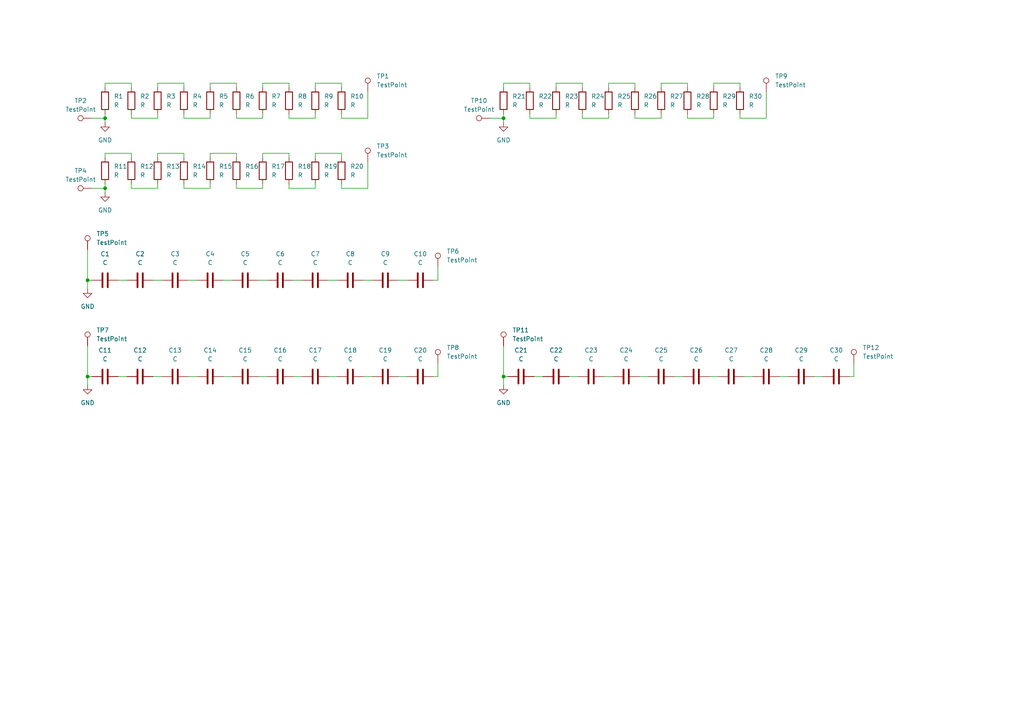
<source format=kicad_sch>
(kicad_sch (version 20230121) (generator eeschema)
  (paper "A4")
  (lib_symbols
    (symbol "Connector:TestPoint" (pin_numbers hide) (pin_names (offset 0.762) hide)
      (property "Reference" "TP" (at 0 6.858 0))
      (property "Value" "TestPoint" (at 0 5.08 0))
      (symbol "TestPoint_0_1"
        (circle (center 0 3.302) (radius 0.762))
      )
      (symbol "TestPoint_1_1"
        (pin passive line (at 0 0 90) (length 2.54) (name "1") (number "1"))
      )
    )
    (symbol "Device:C" (pin_numbers hide) (pin_names (offset 0.254))
      (property "Reference" "C" (at 0.635 2.54 0))
      (property "Value" "C" (at 0.635 -2.54 0))
      (symbol "C_0_1"
        (polyline (pts (xy -2.032 -0.762) (xy 2.032 -0.762)) (stroke (width 0.508)))
        (polyline (pts (xy -2.032 0.762) (xy 2.032 0.762)) (stroke (width 0.508)))
      )
      (symbol "C_1_1"
        (pin passive line (at 0 3.81 270) (length 2.794) (name "~") (number "1"))
        (pin passive line (at 0 -3.81 90) (length 2.794) (name "~") (number "2"))
      )
    )
    (symbol "Device:R" (pin_numbers hide) (pin_names (offset 0))
      (property "Reference" "R" (at 2.032 0 90))
      (property "Value" "R" (at 0 0 90))
      (symbol "R_0_1"
        (rectangle (start -1.016 -2.54) (end 1.016 2.54) (stroke (width 0.254)))
      )
      (symbol "R_1_1"
        (pin passive line (at 0 3.81 270) (length 1.27) (name "~") (number "1"))
        (pin passive line (at 0 -3.81 90) (length 1.27) (name "~") (number "2"))
      )
    )
    (symbol "power:GND" (power) (pin_names (offset 0))
      (property "Value" "GND" (at 0 -3.81 0))
      (symbol "GND_0_1"
        (polyline (pts (xy 0 0) (xy 0 -1.27) (xy 1.27 -1.27) (xy 0 -2.54) (xy -1.27 -1.27) (xy 0 -1.27)))
      )
      (symbol "GND_1_1"
        (pin power_in line (at 0 0 270) (length 0) hide (name "GND") (number "1"))
      )
    )
  )
  (junction (at 146.05 109.22))
  (junction (at 30.48 34.29))
  (junction (at 30.48 54.61))
  (junction (at 146.05 34.29))
  (junction (at 25.4 81.28))
  (junction (at 25.4 109.22))
  (wire (pts (xy 68.58 44.45) (xy 68.58 45.72)))
  (wire (pts (xy 199.39 34.29) (xy 207.01 34.29)))
  (wire (pts (xy 95.25 81.28) (xy 97.79 81.28)))
  (wire (pts (xy 74.93 81.28) (xy 77.47 81.28)))
  (wire (pts (xy 99.06 44.45) (xy 99.06 45.72)))
  (wire (pts (xy 64.77 81.28) (xy 67.31 81.28)))
  (wire (pts (xy 175.26 109.22) (xy 177.8 109.22)))
  (wire (pts (xy 125.73 109.22) (xy 127 109.22)))
  (wire (pts (xy 54.61 109.22) (xy 57.15 109.22)))
  (wire (pts (xy 91.44 54.61) (xy 91.44 53.34)))
  (wire (pts (xy 154.94 109.22) (xy 157.48 109.22)))
  (wire (pts (xy 30.48 54.61) (xy 30.48 55.88)))
  (wire (pts (xy 165.1 109.22) (xy 167.64 109.22)))
  (wire (pts (xy 246.38 109.22) (xy 247.65 109.22)))
  (wire (pts (xy 53.34 44.45) (xy 53.34 45.72)))
  (wire (pts (xy 199.39 33.02) (xy 199.39 34.29)))
  (wire (pts (xy 68.58 33.02) (xy 68.58 34.29)))
  (wire (pts (xy 191.77 24.13) (xy 199.39 24.13)))
  (wire (pts (xy 54.61 81.28) (xy 57.15 81.28)))
  (wire (pts (xy 38.1 24.13) (xy 38.1 25.4)))
  (wire (pts (xy 30.48 33.02) (xy 30.48 34.29)))
  (wire (pts (xy 26.67 54.61) (xy 30.48 54.61)))
  (wire (pts (xy 91.44 45.72) (xy 91.44 44.45)))
  (wire (pts (xy 142.24 34.29) (xy 146.05 34.29)))
  (wire (pts (xy 226.06 109.22) (xy 228.6 109.22)))
  (wire (pts (xy 45.72 53.34) (xy 45.72 54.61)))
  (wire (pts (xy 146.05 111.76) (xy 146.05 109.22)))
  (wire (pts (xy 214.63 34.29) (xy 222.25 34.29)))
  (wire (pts (xy 60.96 24.13) (xy 68.58 24.13)))
  (wire (pts (xy 168.91 33.02) (xy 168.91 34.29)))
  (wire (pts (xy 207.01 24.13) (xy 214.63 24.13)))
  (wire (pts (xy 168.91 34.29) (xy 176.53 34.29)))
  (wire (pts (xy 83.82 33.02) (xy 83.82 34.29)))
  (wire (pts (xy 45.72 24.13) (xy 53.34 24.13)))
  (wire (pts (xy 38.1 53.34) (xy 38.1 54.61)))
  (wire (pts (xy 106.68 46.99) (xy 106.68 54.61)))
  (wire (pts (xy 26.67 34.29) (xy 30.48 34.29)))
  (wire (pts (xy 106.68 26.67) (xy 106.68 34.29)))
  (wire (pts (xy 25.4 72.39) (xy 25.4 81.28)))
  (wire (pts (xy 146.05 100.33) (xy 146.05 109.22)))
  (wire (pts (xy 205.74 109.22) (xy 208.28 109.22)))
  (wire (pts (xy 153.67 34.29) (xy 161.29 34.29)))
  (wire (pts (xy 215.9 109.22) (xy 218.44 109.22)))
  (wire (pts (xy 60.96 34.29) (xy 60.96 33.02)))
  (wire (pts (xy 76.2 54.61) (xy 76.2 53.34)))
  (wire (pts (xy 105.41 81.28) (xy 107.95 81.28)))
  (wire (pts (xy 45.72 45.72) (xy 45.72 44.45)))
  (wire (pts (xy 91.44 44.45) (xy 99.06 44.45)))
  (wire (pts (xy 60.96 54.61) (xy 60.96 53.34)))
  (wire (pts (xy 85.09 81.28) (xy 87.63 81.28)))
  (wire (pts (xy 146.05 34.29) (xy 146.05 35.56)))
  (wire (pts (xy 38.1 33.02) (xy 38.1 34.29)))
  (wire (pts (xy 53.34 24.13) (xy 53.34 25.4)))
  (wire (pts (xy 199.39 24.13) (xy 199.39 25.4)))
  (wire (pts (xy 184.15 34.29) (xy 191.77 34.29)))
  (wire (pts (xy 222.25 26.67) (xy 222.25 34.29)))
  (wire (pts (xy 83.82 44.45) (xy 83.82 45.72)))
  (wire (pts (xy 74.93 109.22) (xy 77.47 109.22)))
  (wire (pts (xy 44.45 109.22) (xy 46.99 109.22)))
  (wire (pts (xy 83.82 54.61) (xy 91.44 54.61)))
  (wire (pts (xy 76.2 34.29) (xy 76.2 33.02)))
  (wire (pts (xy 68.58 54.61) (xy 76.2 54.61)))
  (wire (pts (xy 68.58 24.13) (xy 68.58 25.4)))
  (wire (pts (xy 185.42 109.22) (xy 187.96 109.22)))
  (wire (pts (xy 184.15 33.02) (xy 184.15 34.29)))
  (wire (pts (xy 176.53 24.13) (xy 184.15 24.13)))
  (wire (pts (xy 38.1 44.45) (xy 38.1 45.72)))
  (wire (pts (xy 25.4 100.33) (xy 25.4 109.22)))
  (wire (pts (xy 161.29 25.4) (xy 161.29 24.13)))
  (wire (pts (xy 95.25 109.22) (xy 97.79 109.22)))
  (wire (pts (xy 76.2 45.72) (xy 76.2 44.45)))
  (wire (pts (xy 30.48 45.72) (xy 30.48 44.45)))
  (wire (pts (xy 76.2 25.4) (xy 76.2 24.13)))
  (wire (pts (xy 146.05 25.4) (xy 146.05 24.13)))
  (wire (pts (xy 91.44 25.4) (xy 91.44 24.13)))
  (wire (pts (xy 153.67 33.02) (xy 153.67 34.29)))
  (wire (pts (xy 76.2 44.45) (xy 83.82 44.45)))
  (wire (pts (xy 38.1 54.61) (xy 45.72 54.61)))
  (wire (pts (xy 64.77 109.22) (xy 67.31 109.22)))
  (wire (pts (xy 30.48 44.45) (xy 38.1 44.45)))
  (wire (pts (xy 146.05 33.02) (xy 146.05 34.29)))
  (wire (pts (xy 91.44 24.13) (xy 99.06 24.13)))
  (wire (pts (xy 247.65 105.41) (xy 247.65 109.22)))
  (wire (pts (xy 76.2 24.13) (xy 83.82 24.13)))
  (wire (pts (xy 214.63 24.13) (xy 214.63 25.4)))
  (wire (pts (xy 153.67 24.13) (xy 153.67 25.4)))
  (wire (pts (xy 83.82 53.34) (xy 83.82 54.61)))
  (wire (pts (xy 99.06 34.29) (xy 106.68 34.29)))
  (wire (pts (xy 125.73 81.28) (xy 127 81.28)))
  (wire (pts (xy 184.15 24.13) (xy 184.15 25.4)))
  (wire (pts (xy 68.58 53.34) (xy 68.58 54.61)))
  (wire (pts (xy 60.96 25.4) (xy 60.96 24.13)))
  (wire (pts (xy 25.4 111.76) (xy 25.4 109.22)))
  (wire (pts (xy 60.96 44.45) (xy 68.58 44.45)))
  (wire (pts (xy 191.77 25.4) (xy 191.77 24.13)))
  (wire (pts (xy 214.63 33.02) (xy 214.63 34.29)))
  (wire (pts (xy 99.06 53.34) (xy 99.06 54.61)))
  (wire (pts (xy 99.06 54.61) (xy 106.68 54.61)))
  (wire (pts (xy 45.72 44.45) (xy 53.34 44.45)))
  (wire (pts (xy 83.82 34.29) (xy 91.44 34.29)))
  (wire (pts (xy 25.4 83.82) (xy 25.4 81.28)))
  (wire (pts (xy 30.48 24.13) (xy 38.1 24.13)))
  (wire (pts (xy 236.22 109.22) (xy 238.76 109.22)))
  (wire (pts (xy 83.82 24.13) (xy 83.82 25.4)))
  (wire (pts (xy 25.4 109.22) (xy 26.67 109.22)))
  (wire (pts (xy 176.53 34.29) (xy 176.53 33.02)))
  (wire (pts (xy 30.48 25.4) (xy 30.48 24.13)))
  (wire (pts (xy 53.34 54.61) (xy 60.96 54.61)))
  (wire (pts (xy 34.29 109.22) (xy 36.83 109.22)))
  (wire (pts (xy 127 105.41) (xy 127 109.22)))
  (wire (pts (xy 161.29 33.02) (xy 161.29 34.29)))
  (wire (pts (xy 195.58 109.22) (xy 198.12 109.22)))
  (wire (pts (xy 115.57 109.22) (xy 118.11 109.22)))
  (wire (pts (xy 91.44 34.29) (xy 91.44 33.02)))
  (wire (pts (xy 38.1 34.29) (xy 45.72 34.29)))
  (wire (pts (xy 99.06 33.02) (xy 99.06 34.29)))
  (wire (pts (xy 30.48 34.29) (xy 30.48 35.56)))
  (wire (pts (xy 53.34 53.34) (xy 53.34 54.61)))
  (wire (pts (xy 146.05 24.13) (xy 153.67 24.13)))
  (wire (pts (xy 68.58 34.29) (xy 76.2 34.29)))
  (wire (pts (xy 191.77 34.29) (xy 191.77 33.02)))
  (wire (pts (xy 127 77.47) (xy 127 81.28)))
  (wire (pts (xy 34.29 81.28) (xy 36.83 81.28)))
  (wire (pts (xy 44.45 81.28) (xy 46.99 81.28)))
  (wire (pts (xy 99.06 24.13) (xy 99.06 25.4)))
  (wire (pts (xy 146.05 109.22) (xy 147.32 109.22)))
  (wire (pts (xy 161.29 24.13) (xy 168.91 24.13)))
  (wire (pts (xy 45.72 25.4) (xy 45.72 24.13)))
  (wire (pts (xy 207.01 25.4) (xy 207.01 24.13)))
  (wire (pts (xy 30.48 53.34) (xy 30.48 54.61)))
  (wire (pts (xy 53.34 33.02) (xy 53.34 34.29)))
  (wire (pts (xy 168.91 24.13) (xy 168.91 25.4)))
  (wire (pts (xy 26.67 81.28) (xy 25.4 81.28)))
  (wire (pts (xy 45.72 33.02) (xy 45.72 34.29)))
  (wire (pts (xy 53.34 34.29) (xy 60.96 34.29)))
  (wire (pts (xy 60.96 45.72) (xy 60.96 44.45)))
  (wire (pts (xy 115.57 81.28) (xy 118.11 81.28)))
  (wire (pts (xy 105.41 109.22) (xy 107.95 109.22)))
  (wire (pts (xy 176.53 25.4) (xy 176.53 24.13)))
  (wire (pts (xy 207.01 34.29) (xy 207.01 33.02)))
  (wire (pts (xy 85.09 109.22) (xy 87.63 109.22)))
  (symbol (lib_id "Connector:TestPoint") (at 25.4 72.39 0) (unit 1)
    (property "Reference" "TP5" (at 27.94 67.818 0) (effects (justify left)))
    (property "Value" "TestPoint" (at 27.94 70.358 0) (effects (justify left)))
    (property "Footprint" "TestPoint:TestPoint_Pad_D2.0mm" (effects hide))
  )
  (symbol (lib_id "Device:R") (at 207.01 29.21 0) (unit 1)
    (property "Reference" "R29" (at 209.55 27.94 0) (effects (justify left)))
    (property "Value" "R" (at 209.55 30.48 0) (effects (justify left)))
    (property "Footprint" "Resistor_SMD:R_0603_1608Metric_Pad0.98x0.95mm_HandSolder" (effects hide))
  )
  (symbol (lib_id "Device:R") (at 53.34 49.53 0) (unit 1)
    (property "Reference" "R14" (at 55.88 48.26 0) (effects (justify left)))
    (property "Value" "R" (at 55.88 50.8 0) (effects (justify left)))
    (property "Footprint" "Resistor_SMD:R_0603_1608Metric_Pad0.98x0.95mm_HandSolder" (effects hide))
  )
  (symbol (lib_id "Device:C") (at 161.29 109.22 90) (unit 1)
    (property "Reference" "C22" (at 161.29 101.6 90))
    (property "Value" "C" (at 161.29 104.14 90))
    (property "Footprint" "Capacitor_SMD:C_0603_1608Metric_Pad1.08x0.95mm_HandSolder" (effects hide))
  )
  (symbol (lib_id "Device:C") (at 50.8 109.22 90) (unit 1)
    (property "Reference" "C13" (at 50.8 101.6 90))
    (property "Value" "C" (at 50.8 104.14 90))
    (property "Footprint" "Capacitor_SMD:C_0603_1608Metric_Pad1.08x0.95mm_HandSolder" (effects hide))
  )
  (symbol (lib_id "Device:R") (at 68.58 49.53 0) (unit 1)
    (property "Reference" "R16" (at 71.12 48.26 0) (effects (justify left)))
    (property "Value" "R" (at 71.12 50.8 0) (effects (justify left)))
    (property "Footprint" "Resistor_SMD:R_0603_1608Metric_Pad0.98x0.95mm_HandSolder" (effects hide))
  )
  (symbol (lib_id "Device:C") (at 201.93 109.22 90) (unit 1)
    (property "Reference" "C26" (at 201.93 101.6 90))
    (property "Value" "C" (at 201.93 104.14 90))
    (property "Footprint" "Capacitor_SMD:C_0603_1608Metric_Pad1.08x0.95mm_HandSolder" (effects hide))
  )
  (symbol (lib_id "Device:C") (at 232.41 109.22 90) (unit 1)
    (property "Reference" "C29" (at 232.41 101.6 90))
    (property "Value" "C" (at 232.41 104.14 90))
    (property "Footprint" "Capacitor_SMD:C_0603_1608Metric_Pad1.08x0.95mm_HandSolder" (effects hide))
  )
  (symbol (lib_id "Device:C") (at 222.25 109.22 90) (unit 1)
    (property "Reference" "C28" (at 222.25 101.6 90))
    (property "Value" "C" (at 222.25 104.14 90))
    (property "Footprint" "Capacitor_SMD:C_0603_1608Metric_Pad1.08x0.95mm_HandSolder" (effects hide))
  )
  (symbol (lib_id "Device:C") (at 91.44 81.28 90) (unit 1)
    (property "Reference" "C7" (at 91.44 73.66 90))
    (property "Value" "C" (at 91.44 76.2 90))
    (property "Footprint" "Capacitor_SMD:C_0603_1608Metric_Pad1.08x0.95mm_HandSolder" (effects hide))
  )
  (symbol (lib_id "Connector:TestPoint") (at 26.67 54.61 90) (unit 1)
    (property "Reference" "TP4" (at 23.368 49.53 90))
    (property "Value" "TestPoint" (at 23.368 52.07 90))
    (property "Footprint" "TestPoint:TestPoint_Pad_D2.0mm" (effects hide))
  )
  (symbol (lib_id "Device:R") (at 91.44 29.21 0) (unit 1)
    (property "Reference" "R9" (at 93.98 27.94 0) (effects (justify left)))
    (property "Value" "R" (at 93.98 30.48 0) (effects (justify left)))
    (property "Footprint" "Resistor_SMD:R_0603_1608Metric_Pad0.98x0.95mm_HandSolder" (effects hide))
  )
  (symbol (lib_id "Device:R") (at 83.82 29.21 0) (unit 1)
    (property "Reference" "R8" (at 86.36 27.94 0) (effects (justify left)))
    (property "Value" "R" (at 86.36 30.48 0) (effects (justify left)))
    (property "Footprint" "Resistor_SMD:R_0603_1608Metric_Pad0.98x0.95mm_HandSolder" (effects hide))
  )
  (symbol (lib_id "Device:R") (at 76.2 29.21 0) (unit 1)
    (property "Reference" "R7" (at 78.74 27.94 0) (effects (justify left)))
    (property "Value" "R" (at 78.74 30.48 0) (effects (justify left)))
    (property "Footprint" "Resistor_SMD:R_0603_1608Metric_Pad0.98x0.95mm_HandSolder" (effects hide))
  )
  (symbol (lib_id "Device:C") (at 181.61 109.22 90) (unit 1)
    (property "Reference" "C24" (at 181.61 101.6 90))
    (property "Value" "C" (at 181.61 104.14 90))
    (property "Footprint" "Capacitor_SMD:C_0603_1608Metric_Pad1.08x0.95mm_HandSolder" (effects hide))
  )
  (symbol (lib_id "Device:R") (at 191.77 29.21 0) (unit 1)
    (property "Reference" "R27" (at 194.31 27.94 0) (effects (justify left)))
    (property "Value" "R" (at 194.31 30.48 0) (effects (justify left)))
    (property "Footprint" "Resistor_SMD:R_0603_1608Metric_Pad0.98x0.95mm_HandSolder" (effects hide))
  )
  (symbol (lib_id "Connector:TestPoint") (at 127 77.47 0) (unit 1)
    (property "Reference" "TP6" (at 129.54 72.898 0) (effects (justify left)))
    (property "Value" "TestPoint" (at 129.54 75.438 0) (effects (justify left)))
    (property "Footprint" "TestPoint:TestPoint_Pad_D2.0mm" (effects hide))
  )
  (symbol (lib_id "Device:C") (at 40.64 81.28 90) (unit 1)
    (property "Reference" "C2" (at 40.64 73.66 90))
    (property "Value" "C" (at 40.64 76.2 90))
    (property "Footprint" "Capacitor_SMD:C_0603_1608Metric_Pad1.08x0.95mm_HandSolder" (effects hide))
  )
  (symbol (lib_id "Device:R") (at 68.58 29.21 0) (unit 1)
    (property "Reference" "R6" (at 71.12 27.94 0) (effects (justify left)))
    (property "Value" "R" (at 71.12 30.48 0) (effects (justify left)))
    (property "Footprint" "Resistor_SMD:R_0603_1608Metric_Pad0.98x0.95mm_HandSolder" (effects hide))
  )
  (symbol (lib_id "Connector:TestPoint") (at 106.68 26.67 0) (unit 1)
    (property "Reference" "TP1" (at 109.22 22.098 0) (effects (justify left)))
    (property "Value" "TestPoint" (at 109.22 24.638 0) (effects (justify left)))
    (property "Footprint" "TestPoint:TestPoint_Pad_D2.0mm" (effects hide))
  )
  (symbol (lib_id "Device:R") (at 161.29 29.21 0) (unit 1)
    (property "Reference" "R23" (at 163.83 27.94 0) (effects (justify left)))
    (property "Value" "R" (at 163.83 30.48 0) (effects (justify left)))
    (property "Footprint" "Resistor_SMD:R_0603_1608Metric_Pad0.98x0.95mm_HandSolder" (effects hide))
  )
  (symbol (lib_id "Device:R") (at 60.96 29.21 0) (unit 1)
    (property "Reference" "R5" (at 63.5 27.94 0) (effects (justify left)))
    (property "Value" "R" (at 63.5 30.48 0) (effects (justify left)))
    (property "Footprint" "Resistor_SMD:R_0603_1608Metric_Pad0.98x0.95mm_HandSolder" (effects hide))
  )
  (symbol (lib_id "Device:C") (at 171.45 109.22 90) (unit 1)
    (property "Reference" "C23" (at 171.45 101.6 90))
    (property "Value" "C" (at 171.45 104.14 90))
    (property "Footprint" "Capacitor_SMD:C_0603_1608Metric_Pad1.08x0.95mm_HandSolder" (effects hide))
  )
  (symbol (lib_id "Device:C") (at 91.44 109.22 90) (unit 1)
    (property "Reference" "C17" (at 91.44 101.6 90))
    (property "Value" "C" (at 91.44 104.14 90))
    (property "Footprint" "Capacitor_SMD:C_0603_1608Metric_Pad1.08x0.95mm_HandSolder" (effects hide))
  )
  (symbol (lib_id "Device:C") (at 111.76 109.22 90) (unit 1)
    (property "Reference" "C19" (at 111.76 101.6 90))
    (property "Value" "C" (at 111.76 104.14 90))
    (property "Footprint" "Capacitor_SMD:C_0603_1608Metric_Pad1.08x0.95mm_HandSolder" (effects hide))
  )
  (symbol (lib_id "Device:R") (at 30.48 29.21 0) (unit 1)
    (property "Reference" "R1" (at 33.02 27.94 0) (effects (justify left)))
    (property "Value" "R" (at 33.02 30.48 0) (effects (justify left)))
    (property "Footprint" "Resistor_SMD:R_0603_1608Metric_Pad0.98x0.95mm_HandSolder" (effects hide))
  )
  (symbol (lib_id "Device:C") (at 30.48 109.22 90) (unit 1)
    (property "Reference" "C11" (at 30.48 101.6 90))
    (property "Value" "C" (at 30.48 104.14 90))
    (property "Footprint" "Capacitor_SMD:C_0603_1608Metric_Pad1.08x0.95mm_HandSolder" (effects hide))
  )
  (symbol (lib_id "Device:C") (at 212.09 109.22 90) (unit 1)
    (property "Reference" "C27" (at 212.09 101.6 90))
    (property "Value" "C" (at 212.09 104.14 90))
    (property "Footprint" "Capacitor_SMD:C_0603_1608Metric_Pad1.08x0.95mm_HandSolder" (effects hide))
  )
  (symbol (lib_id "Connector:TestPoint") (at 222.25 26.67 0) (unit 1)
    (property "Reference" "TP9" (at 224.79 22.098 0) (effects (justify left)))
    (property "Value" "TestPoint" (at 224.79 24.638 0) (effects (justify left)))
    (property "Footprint" "TestPoint:TestPoint_Pad_D2.0mm" (effects hide))
  )
  (symbol (lib_id "Device:R") (at 146.05 29.21 0) (unit 1)
    (property "Reference" "R21" (at 148.59 27.94 0) (effects (justify left)))
    (property "Value" "R" (at 148.59 30.48 0) (effects (justify left)))
    (property "Footprint" "Resistor_SMD:R_0603_1608Metric_Pad0.98x0.95mm_HandSolder" (effects hide))
  )
  (symbol (lib_id "power:GND") (at 30.48 55.88 0) (unit 1)
    (property "Reference" "#PWR02" (effects hide))
    (property "Value" "GND" (at 30.48 60.96 0))
  )
  (symbol (lib_id "Device:R") (at 199.39 29.21 0) (unit 1)
    (property "Reference" "R28" (at 201.93 27.94 0) (effects (justify left)))
    (property "Value" "R" (at 201.93 30.48 0) (effects (justify left)))
    (property "Footprint" "Resistor_SMD:R_0603_1608Metric_Pad0.98x0.95mm_HandSolder" (effects hide))
  )
  (symbol (lib_id "Device:R") (at 99.06 49.53 0) (unit 1)
    (property "Reference" "R20" (at 101.6 48.26 0) (effects (justify left)))
    (property "Value" "R" (at 101.6 50.8 0) (effects (justify left)))
    (property "Footprint" "Resistor_SMD:R_0603_1608Metric_Pad0.98x0.95mm_HandSolder" (effects hide))
  )
  (symbol (lib_id "Device:R") (at 45.72 29.21 0) (unit 1)
    (property "Reference" "R3" (at 48.26 27.94 0) (effects (justify left)))
    (property "Value" "R" (at 48.26 30.48 0) (effects (justify left)))
    (property "Footprint" "Resistor_SMD:R_0603_1608Metric_Pad0.98x0.95mm_HandSolder" (effects hide))
  )
  (symbol (lib_id "Device:R") (at 38.1 49.53 0) (unit 1)
    (property "Reference" "R12" (at 40.64 48.26 0) (effects (justify left)))
    (property "Value" "R" (at 40.64 50.8 0) (effects (justify left)))
    (property "Footprint" "Resistor_SMD:R_0603_1608Metric_Pad0.98x0.95mm_HandSolder" (effects hide))
  )
  (symbol (lib_id "Device:C") (at 101.6 81.28 90) (unit 1)
    (property "Reference" "C8" (at 101.6 73.66 90))
    (property "Value" "C" (at 101.6 76.2 90))
    (property "Footprint" "Capacitor_SMD:C_0603_1608Metric_Pad1.08x0.95mm_HandSolder" (effects hide))
  )
  (symbol (lib_id "Connector:TestPoint") (at 26.67 34.29 90) (unit 1)
    (property "Reference" "TP2" (at 23.368 29.21 90))
    (property "Value" "TestPoint" (at 23.368 31.75 90))
    (property "Footprint" "TestPoint:TestPoint_Pad_D2.0mm" (effects hide))
  )
  (symbol (lib_id "Device:R") (at 45.72 49.53 0) (unit 1)
    (property "Reference" "R13" (at 48.26 48.26 0) (effects (justify left)))
    (property "Value" "R" (at 48.26 50.8 0) (effects (justify left)))
    (property "Footprint" "Resistor_SMD:R_0603_1608Metric_Pad0.98x0.95mm_HandSolder" (effects hide))
  )
  (symbol (lib_id "Device:C") (at 81.28 81.28 90) (unit 1)
    (property "Reference" "C6" (at 81.28 73.66 90))
    (property "Value" "C" (at 81.28 76.2 90))
    (property "Footprint" "Capacitor_SMD:C_0603_1608Metric_Pad1.08x0.95mm_HandSolder" (effects hide))
  )
  (symbol (lib_id "Device:C") (at 101.6 109.22 90) (unit 1)
    (property "Reference" "C18" (at 101.6 101.6 90))
    (property "Value" "C" (at 101.6 104.14 90))
    (property "Footprint" "Capacitor_SMD:C_0603_1608Metric_Pad1.08x0.95mm_HandSolder" (effects hide))
  )
  (symbol (lib_id "Device:C") (at 40.64 109.22 90) (unit 1)
    (property "Reference" "C12" (at 40.64 101.6 90))
    (property "Value" "C" (at 40.64 104.14 90))
    (property "Footprint" "Capacitor_SMD:C_0603_1608Metric_Pad1.08x0.95mm_HandSolder" (effects hide))
  )
  (symbol (lib_id "power:GND") (at 25.4 83.82 0) (unit 1)
    (property "Reference" "#PWR03" (effects hide))
    (property "Value" "GND" (at 25.4 88.9 0))
  )
  (symbol (lib_id "Connector:TestPoint") (at 106.68 46.99 0) (unit 1)
    (property "Reference" "TP3" (at 109.22 42.418 0) (effects (justify left)))
    (property "Value" "TestPoint" (at 109.22 44.958 0) (effects (justify left)))
    (property "Footprint" "TestPoint:TestPoint_Pad_D2.0mm" (effects hide))
  )
  (symbol (lib_id "power:GND") (at 30.48 35.56 0) (unit 1)
    (property "Reference" "#PWR01" (effects hide))
    (property "Value" "GND" (at 30.48 40.64 0))
  )
  (symbol (lib_id "power:GND") (at 146.05 111.76 0) (unit 1)
    (property "Reference" "#PWR06" (effects hide))
    (property "Value" "GND" (at 146.05 116.84 0))
  )
  (symbol (lib_id "power:GND") (at 25.4 111.76 0) (unit 1)
    (property "Reference" "#PWR04" (effects hide))
    (property "Value" "GND" (at 25.4 116.84 0))
  )
  (symbol (lib_id "Connector:TestPoint") (at 142.24 34.29 90) (unit 1)
    (property "Reference" "TP10" (at 138.938 29.21 90))
    (property "Value" "TestPoint" (at 138.938 31.75 90))
    (property "Footprint" "TestPoint:TestPoint_Pad_D2.0mm" (effects hide))
  )
  (symbol (lib_id "Connector:TestPoint") (at 247.65 105.41 0) (unit 1)
    (property "Reference" "TP12" (at 250.19 100.838 0) (effects (justify left)))
    (property "Value" "TestPoint" (at 250.19 103.378 0) (effects (justify left)))
    (property "Footprint" "TestPoint:TestPoint_Pad_D2.0mm" (effects hide))
  )
  (symbol (lib_id "Device:R") (at 60.96 49.53 0) (unit 1)
    (property "Reference" "R15" (at 63.5 48.26 0) (effects (justify left)))
    (property "Value" "R" (at 63.5 50.8 0) (effects (justify left)))
    (property "Footprint" "Resistor_SMD:R_0603_1608Metric_Pad0.98x0.95mm_HandSolder" (effects hide))
  )
  (symbol (lib_id "Device:R") (at 38.1 29.21 0) (unit 1)
    (property "Reference" "R2" (at 40.64 27.94 0) (effects (justify left)))
    (property "Value" "R" (at 40.64 30.48 0) (effects (justify left)))
    (property "Footprint" "Resistor_SMD:R_0603_1608Metric_Pad0.98x0.95mm_HandSolder" (effects hide))
  )
  (symbol (lib_id "Device:C") (at 121.92 109.22 90) (unit 1)
    (property "Reference" "C20" (at 121.92 101.6 90))
    (property "Value" "C" (at 121.92 104.14 90))
    (property "Footprint" "Capacitor_SMD:C_0603_1608Metric_Pad1.08x0.95mm_HandSolder" (effects hide))
  )
  (symbol (lib_id "power:GND") (at 146.05 35.56 0) (unit 1)
    (property "Reference" "#PWR05" (effects hide))
    (property "Value" "GND" (at 146.05 40.64 0))
  )
  (symbol (lib_id "Device:C") (at 60.96 109.22 90) (unit 1)
    (property "Reference" "C14" (at 60.96 101.6 90))
    (property "Value" "C" (at 60.96 104.14 90))
    (property "Footprint" "Capacitor_SMD:C_0603_1608Metric_Pad1.08x0.95mm_HandSolder" (effects hide))
  )
  (symbol (lib_id "Device:C") (at 191.77 109.22 90) (unit 1)
    (property "Reference" "C25" (at 191.77 101.6 90))
    (property "Value" "C" (at 191.77 104.14 90))
    (property "Footprint" "Capacitor_SMD:C_0603_1608Metric_Pad1.08x0.95mm_HandSolder" (effects hide))
  )
  (symbol (lib_id "Connector:TestPoint") (at 146.05 100.33 0) (unit 1)
    (property "Reference" "TP11" (at 148.59 95.758 0) (effects (justify left)))
    (property "Value" "TestPoint" (at 148.59 98.298 0) (effects (justify left)))
    (property "Footprint" "TestPoint:TestPoint_Pad_D2.0mm" (effects hide))
  )
  (symbol (lib_id "Device:C") (at 71.12 109.22 90) (unit 1)
    (property "Reference" "C15" (at 71.12 101.6 90))
    (property "Value" "C" (at 71.12 104.14 90))
    (property "Footprint" "Capacitor_SMD:C_0603_1608Metric_Pad1.08x0.95mm_HandSolder" (effects hide))
  )
  (symbol (lib_id "Connector:TestPoint") (at 127 105.41 0) (unit 1)
    (property "Reference" "TP8" (at 129.54 100.838 0) (effects (justify left)))
    (property "Value" "TestPoint" (at 129.54 103.378 0) (effects (justify left)))
    (property "Footprint" "TestPoint:TestPoint_Pad_D2.0mm" (effects hide))
  )
  (symbol (lib_id "Device:C") (at 111.76 81.28 90) (unit 1)
    (property "Reference" "C9" (at 111.76 73.66 90))
    (property "Value" "C" (at 111.76 76.2 90))
    (property "Footprint" "Capacitor_SMD:C_0603_1608Metric_Pad1.08x0.95mm_HandSolder" (effects hide))
  )
  (symbol (lib_id "Device:R") (at 99.06 29.21 0) (unit 1)
    (property "Reference" "R10" (at 101.6 27.94 0) (effects (justify left)))
    (property "Value" "R" (at 101.6 30.48 0) (effects (justify left)))
    (property "Footprint" "Resistor_SMD:R_0603_1608Metric_Pad0.98x0.95mm_HandSolder" (effects hide))
  )
  (symbol (lib_id "Device:C") (at 242.57 109.22 90) (unit 1)
    (property "Reference" "C30" (at 242.57 101.6 90))
    (property "Value" "C" (at 242.57 104.14 90))
    (property "Footprint" "Capacitor_SMD:C_0603_1608Metric_Pad1.08x0.95mm_HandSolder" (effects hide))
  )
  (symbol (lib_id "Device:C") (at 71.12 81.28 90) (unit 1)
    (property "Reference" "C5" (at 71.12 73.66 90))
    (property "Value" "C" (at 71.12 76.2 90))
    (property "Footprint" "Capacitor_SMD:C_0603_1608Metric_Pad1.08x0.95mm_HandSolder" (effects hide))
  )
  (symbol (lib_id "Device:R") (at 76.2 49.53 0) (unit 1)
    (property "Reference" "R17" (at 78.74 48.26 0) (effects (justify left)))
    (property "Value" "R" (at 78.74 50.8 0) (effects (justify left)))
    (property "Footprint" "Resistor_SMD:R_0603_1608Metric_Pad0.98x0.95mm_HandSolder" (effects hide))
  )
  (symbol (lib_id "Device:R") (at 30.48 49.53 0) (unit 1)
    (property "Reference" "R11" (at 33.02 48.26 0) (effects (justify left)))
    (property "Value" "R" (at 33.02 50.8 0) (effects (justify left)))
    (property "Footprint" "Resistor_SMD:R_0603_1608Metric_Pad0.98x0.95mm_HandSolder" (effects hide))
  )
  (symbol (lib_id "Device:R") (at 91.44 49.53 0) (unit 1)
    (property "Reference" "R19" (at 93.98 48.26 0) (effects (justify left)))
    (property "Value" "R" (at 93.98 50.8 0) (effects (justify left)))
    (property "Footprint" "Resistor_SMD:R_0603_1608Metric_Pad0.98x0.95mm_HandSolder" (effects hide))
  )
  (symbol (lib_id "Device:R") (at 153.67 29.21 0) (unit 1)
    (property "Reference" "R22" (at 156.21 27.94 0) (effects (justify left)))
    (property "Value" "R" (at 156.21 30.48 0) (effects (justify left)))
    (property "Footprint" "Resistor_SMD:R_0603_1608Metric_Pad0.98x0.95mm_HandSolder" (effects hide))
  )
  (symbol (lib_id "Device:C") (at 50.8 81.28 90) (unit 1)
    (property "Reference" "C3" (at 50.8 73.66 90))
    (property "Value" "C" (at 50.8 76.2 90))
    (property "Footprint" "Capacitor_SMD:C_0603_1608Metric_Pad1.08x0.95mm_HandSolder" (effects hide))
  )
  (symbol (lib_id "Device:R") (at 83.82 49.53 0) (unit 1)
    (property "Reference" "R18" (at 86.36 48.26 0) (effects (justify left)))
    (property "Value" "R" (at 86.36 50.8 0) (effects (justify left)))
    (property "Footprint" "Resistor_SMD:R_0603_1608Metric_Pad0.98x0.95mm_HandSolder" (effects hide))
  )
  (symbol (lib_id "Device:R") (at 176.53 29.21 0) (unit 1)
    (property "Reference" "R25" (at 179.07 27.94 0) (effects (justify left)))
    (property "Value" "R" (at 179.07 30.48 0) (effects (justify left)))
    (property "Footprint" "Resistor_SMD:R_0603_1608Metric_Pad0.98x0.95mm_HandSolder" (effects hide))
  )
  (symbol (lib_id "Device:R") (at 53.34 29.21 0) (unit 1)
    (property "Reference" "R4" (at 55.88 27.94 0) (effects (justify left)))
    (property "Value" "R" (at 55.88 30.48 0) (effects (justify left)))
    (property "Footprint" "Resistor_SMD:R_0603_1608Metric_Pad0.98x0.95mm_HandSolder" (effects hide))
  )
  (symbol (lib_id "Device:R") (at 168.91 29.21 0) (unit 1)
    (property "Reference" "R24" (at 171.45 27.94 0) (effects (justify left)))
    (property "Value" "R" (at 171.45 30.48 0) (effects (justify left)))
    (property "Footprint" "Resistor_SMD:R_0603_1608Metric_Pad0.98x0.95mm_HandSolder" (effects hide))
  )
  (symbol (lib_id "Connector:TestPoint") (at 25.4 100.33 0) (unit 1)
    (property "Reference" "TP7" (at 27.94 95.758 0) (effects (justify left)))
    (property "Value" "TestPoint" (at 27.94 98.298 0) (effects (justify left)))
    (property "Footprint" "TestPoint:TestPoint_Pad_D2.0mm" (effects hide))
  )
  (symbol (lib_id "Device:C") (at 81.28 109.22 90) (unit 1)
    (property "Reference" "C16" (at 81.28 101.6 90))
    (property "Value" "C" (at 81.28 104.14 90))
    (property "Footprint" "Capacitor_SMD:C_0603_1608Metric_Pad1.08x0.95mm_HandSolder" (effects hide))
  )
  (symbol (lib_id "Device:C") (at 30.48 81.28 90) (unit 1)
    (property "Reference" "C1" (at 30.48 73.66 90))
    (property "Value" "C" (at 30.48 76.2 90))
    (property "Footprint" "Capacitor_SMD:C_0603_1608Metric_Pad1.08x0.95mm_HandSolder" (effects hide))
  )
  (symbol (lib_id "Device:C") (at 151.13 109.22 90) (unit 1)
    (property "Reference" "C21" (at 151.13 101.6 90))
    (property "Value" "C" (at 151.13 104.14 90))
    (property "Footprint" "Capacitor_SMD:C_0603_1608Metric_Pad1.08x0.95mm_HandSolder" (effects hide))
  )
  (symbol (lib_id "Device:C") (at 121.92 81.28 90) (unit 1)
    (property "Reference" "C10" (at 121.92 73.66 90))
    (property "Value" "C" (at 121.92 76.2 90))
    (property "Footprint" "Capacitor_SMD:C_0603_1608Metric_Pad1.08x0.95mm_HandSolder" (effects hide))
  )
  (symbol (lib_id "Device:R") (at 184.15 29.21 0) (unit 1)
    (property "Reference" "R26" (at 186.69 27.94 0) (effects (justify left)))
    (property "Value" "R" (at 186.69 30.48 0) (effects (justify left)))
    (property "Footprint" "Resistor_SMD:R_0603_1608Metric_Pad0.98x0.95mm_HandSolder" (effects hide))
  )
  (symbol (lib_id "Device:R") (at 214.63 29.21 0) (unit 1)
    (property "Reference" "R30" (at 217.17 27.94 0) (effects (justify left)))
    (property "Value" "R" (at 217.17 30.48 0) (effects (justify left)))
    (property "Footprint" "Resistor_SMD:R_0603_1608Metric_Pad0.98x0.95mm_HandSolder" (effects hide))
  )
  (symbol (lib_id "Device:C") (at 60.96 81.28 90) (unit 1)
    (property "Reference" "C4" (at 60.96 73.66 90))
    (property "Value" "C" (at 60.96 76.2 90))
    (property "Footprint" "Capacitor_SMD:C_0603_1608Metric_Pad1.08x0.95mm_HandSolder" (effects hide))
  )
)
</source>
